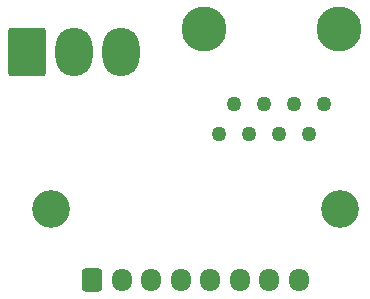
<source format=gbr>
%TF.GenerationSoftware,KiCad,Pcbnew,8.0.8*%
%TF.CreationDate,2025-02-10T21:19:24-08:00*%
%TF.ProjectId,Motor_Adapt_M,4d6f746f-725f-4416-9461-70745f4d2e6b,rev?*%
%TF.SameCoordinates,Original*%
%TF.FileFunction,Soldermask,Bot*%
%TF.FilePolarity,Negative*%
%FSLAX46Y46*%
G04 Gerber Fmt 4.6, Leading zero omitted, Abs format (unit mm)*
G04 Created by KiCad (PCBNEW 8.0.8) date 2025-02-10 21:19:24*
%MOMM*%
%LPD*%
G01*
G04 APERTURE LIST*
G04 Aperture macros list*
%AMRoundRect*
0 Rectangle with rounded corners*
0 $1 Rounding radius*
0 $2 $3 $4 $5 $6 $7 $8 $9 X,Y pos of 4 corners*
0 Add a 4 corners polygon primitive as box body*
4,1,4,$2,$3,$4,$5,$6,$7,$8,$9,$2,$3,0*
0 Add four circle primitives for the rounded corners*
1,1,$1+$1,$2,$3*
1,1,$1+$1,$4,$5*
1,1,$1+$1,$6,$7*
1,1,$1+$1,$8,$9*
0 Add four rect primitives between the rounded corners*
20,1,$1+$1,$2,$3,$4,$5,0*
20,1,$1+$1,$4,$5,$6,$7,0*
20,1,$1+$1,$6,$7,$8,$9,0*
20,1,$1+$1,$8,$9,$2,$3,0*%
G04 Aperture macros list end*
%ADD10C,1.270000*%
%ADD11C,3.810000*%
%ADD12C,3.200000*%
%ADD13RoundRect,0.250000X-0.600000X-0.725000X0.600000X-0.725000X0.600000X0.725000X-0.600000X0.725000X0*%
%ADD14O,1.700000X1.950000*%
%ADD15RoundRect,0.250000X-1.330000X-1.800000X1.330000X-1.800000X1.330000X1.800000X-1.330000X1.800000X0*%
%ADD16O,3.160000X4.100000*%
G04 APERTURE END LIST*
D10*
%TO.C,J4*%
X59660000Y-48600000D03*
X58390000Y-51140000D03*
X57120000Y-48600000D03*
X55850000Y-51140000D03*
X54580000Y-48600000D03*
X53310000Y-51140000D03*
X52040000Y-48600000D03*
X50770000Y-51140000D03*
D11*
X60930000Y-42250000D03*
X49500000Y-42250000D03*
%TD*%
D12*
%TO.C,H2*%
X36500000Y-57500000D03*
%TD*%
%TO.C,H1*%
X61000000Y-57500000D03*
%TD*%
D13*
%TO.C,J1*%
X40000000Y-63500000D03*
D14*
X42500000Y-63500000D03*
X45000000Y-63500000D03*
X47500000Y-63500000D03*
X50000000Y-63500000D03*
X52500000Y-63500000D03*
X55000000Y-63500000D03*
X57500000Y-63500000D03*
%TD*%
D15*
%TO.C,J3*%
X34540000Y-44155000D03*
D16*
X38500000Y-44155000D03*
X42460000Y-44155000D03*
%TD*%
M02*

</source>
